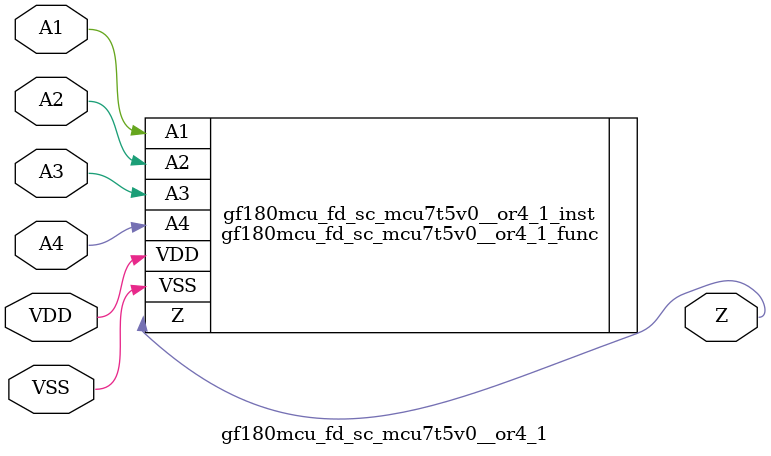
<source format=v>

module gf180mcu_fd_sc_mcu7t5v0__or4_1( A1, A2, A3, A4, Z, VDD, VSS );
input A1, A2, A3, A4;
inout VDD, VSS;
output Z;

   `ifdef FUNCTIONAL  //  functional //

	gf180mcu_fd_sc_mcu7t5v0__or4_1_func gf180mcu_fd_sc_mcu7t5v0__or4_1_behav_inst(.A1(A1),.A2(A2),.A3(A3),.A4(A4),.Z(Z),.VDD(VDD),.VSS(VSS));

   `else

	gf180mcu_fd_sc_mcu7t5v0__or4_1_func gf180mcu_fd_sc_mcu7t5v0__or4_1_inst(.A1(A1),.A2(A2),.A3(A3),.A4(A4),.Z(Z),.VDD(VDD),.VSS(VSS));

	// spec_gates_begin


	// spec_gates_end



   specify

	// specify_block_begin

	// comb arc A1 --> Z
	 (A1 => Z) = (1.0,1.0);

	// comb arc A2 --> Z
	 (A2 => Z) = (1.0,1.0);

	// comb arc A3 --> Z
	 (A3 => Z) = (1.0,1.0);

	// comb arc A4 --> Z
	 (A4 => Z) = (1.0,1.0);

	// specify_block_end

   endspecify

   `endif

endmodule

</source>
